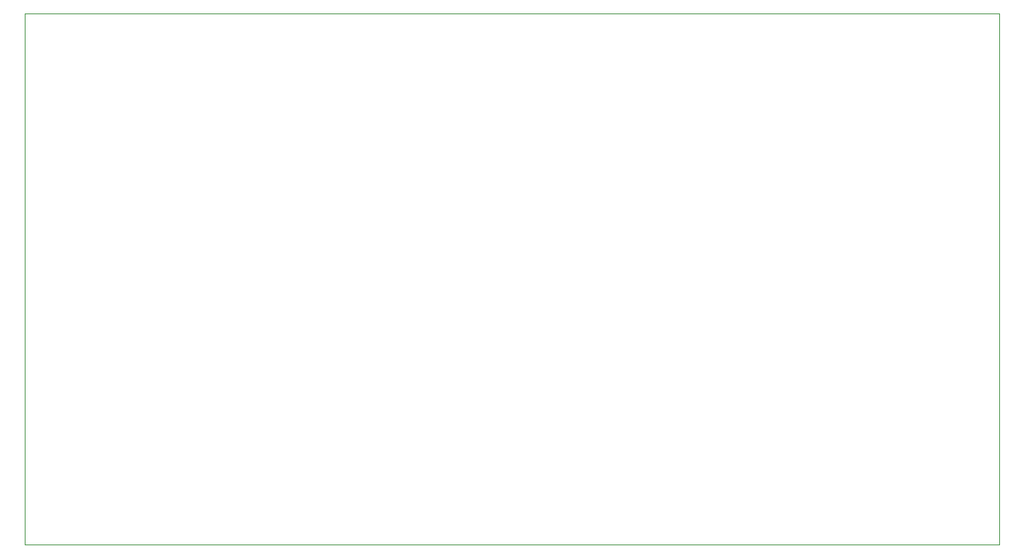
<source format=gbr>
%TF.GenerationSoftware,KiCad,Pcbnew,8.0.1*%
%TF.CreationDate,2024-05-23T13:32:17+02:00*%
%TF.ProjectId,BLDCdrv,424c4443-6472-4762-9e6b-696361645f70,2*%
%TF.SameCoordinates,PXb71b000PY69618a0*%
%TF.FileFunction,Profile,NP*%
%FSLAX46Y46*%
G04 Gerber Fmt 4.6, Leading zero omitted, Abs format (unit mm)*
G04 Created by KiCad (PCBNEW 8.0.1) date 2024-05-23 13:32:17*
%MOMM*%
%LPD*%
G01*
G04 APERTURE LIST*
%TA.AperFunction,Profile*%
%ADD10C,0.100000*%
%TD*%
G04 APERTURE END LIST*
D10*
X-105395000Y44770000D02*
X4605000Y44770000D01*
X4605000Y-15230000D01*
X-105395000Y-15230000D01*
X-105395000Y44770000D01*
M02*

</source>
